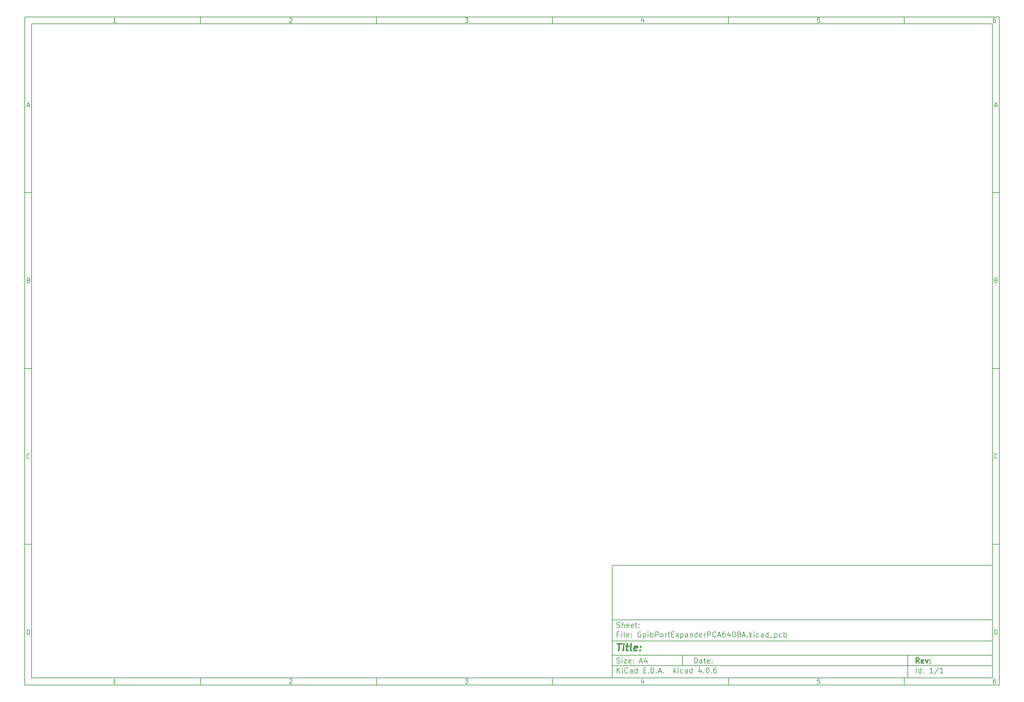
<source format=gbr>
G04 #@! TF.FileFunction,Legend,Bot*
%FSLAX46Y46*%
G04 Gerber Fmt 4.6, Leading zero omitted, Abs format (unit mm)*
G04 Created by KiCad (PCBNEW 4.0.6) date 12/20/17 19:22:24*
%MOMM*%
%LPD*%
G01*
G04 APERTURE LIST*
%ADD10C,0.100000*%
%ADD11C,0.150000*%
%ADD12C,0.300000*%
%ADD13C,0.400000*%
G04 APERTURE END LIST*
D10*
D11*
X177002200Y-166007200D02*
X177002200Y-198007200D01*
X285002200Y-198007200D01*
X285002200Y-166007200D01*
X177002200Y-166007200D01*
D10*
D11*
X10000000Y-10000000D02*
X10000000Y-200007200D01*
X287002200Y-200007200D01*
X287002200Y-10000000D01*
X10000000Y-10000000D01*
D10*
D11*
X12000000Y-12000000D02*
X12000000Y-198007200D01*
X285002200Y-198007200D01*
X285002200Y-12000000D01*
X12000000Y-12000000D01*
D10*
D11*
X60000000Y-12000000D02*
X60000000Y-10000000D01*
D10*
D11*
X110000000Y-12000000D02*
X110000000Y-10000000D01*
D10*
D11*
X160000000Y-12000000D02*
X160000000Y-10000000D01*
D10*
D11*
X210000000Y-12000000D02*
X210000000Y-10000000D01*
D10*
D11*
X260000000Y-12000000D02*
X260000000Y-10000000D01*
D10*
D11*
X35990476Y-11588095D02*
X35247619Y-11588095D01*
X35619048Y-11588095D02*
X35619048Y-10288095D01*
X35495238Y-10473810D01*
X35371429Y-10597619D01*
X35247619Y-10659524D01*
D10*
D11*
X85247619Y-10411905D02*
X85309524Y-10350000D01*
X85433333Y-10288095D01*
X85742857Y-10288095D01*
X85866667Y-10350000D01*
X85928571Y-10411905D01*
X85990476Y-10535714D01*
X85990476Y-10659524D01*
X85928571Y-10845238D01*
X85185714Y-11588095D01*
X85990476Y-11588095D01*
D10*
D11*
X135185714Y-10288095D02*
X135990476Y-10288095D01*
X135557143Y-10783333D01*
X135742857Y-10783333D01*
X135866667Y-10845238D01*
X135928571Y-10907143D01*
X135990476Y-11030952D01*
X135990476Y-11340476D01*
X135928571Y-11464286D01*
X135866667Y-11526190D01*
X135742857Y-11588095D01*
X135371429Y-11588095D01*
X135247619Y-11526190D01*
X135185714Y-11464286D01*
D10*
D11*
X185866667Y-10721429D02*
X185866667Y-11588095D01*
X185557143Y-10226190D02*
X185247619Y-11154762D01*
X186052381Y-11154762D01*
D10*
D11*
X235928571Y-10288095D02*
X235309524Y-10288095D01*
X235247619Y-10907143D01*
X235309524Y-10845238D01*
X235433333Y-10783333D01*
X235742857Y-10783333D01*
X235866667Y-10845238D01*
X235928571Y-10907143D01*
X235990476Y-11030952D01*
X235990476Y-11340476D01*
X235928571Y-11464286D01*
X235866667Y-11526190D01*
X235742857Y-11588095D01*
X235433333Y-11588095D01*
X235309524Y-11526190D01*
X235247619Y-11464286D01*
D10*
D11*
X285866667Y-10288095D02*
X285619048Y-10288095D01*
X285495238Y-10350000D01*
X285433333Y-10411905D01*
X285309524Y-10597619D01*
X285247619Y-10845238D01*
X285247619Y-11340476D01*
X285309524Y-11464286D01*
X285371429Y-11526190D01*
X285495238Y-11588095D01*
X285742857Y-11588095D01*
X285866667Y-11526190D01*
X285928571Y-11464286D01*
X285990476Y-11340476D01*
X285990476Y-11030952D01*
X285928571Y-10907143D01*
X285866667Y-10845238D01*
X285742857Y-10783333D01*
X285495238Y-10783333D01*
X285371429Y-10845238D01*
X285309524Y-10907143D01*
X285247619Y-11030952D01*
D10*
D11*
X60000000Y-198007200D02*
X60000000Y-200007200D01*
D10*
D11*
X110000000Y-198007200D02*
X110000000Y-200007200D01*
D10*
D11*
X160000000Y-198007200D02*
X160000000Y-200007200D01*
D10*
D11*
X210000000Y-198007200D02*
X210000000Y-200007200D01*
D10*
D11*
X260000000Y-198007200D02*
X260000000Y-200007200D01*
D10*
D11*
X35990476Y-199595295D02*
X35247619Y-199595295D01*
X35619048Y-199595295D02*
X35619048Y-198295295D01*
X35495238Y-198481010D01*
X35371429Y-198604819D01*
X35247619Y-198666724D01*
D10*
D11*
X85247619Y-198419105D02*
X85309524Y-198357200D01*
X85433333Y-198295295D01*
X85742857Y-198295295D01*
X85866667Y-198357200D01*
X85928571Y-198419105D01*
X85990476Y-198542914D01*
X85990476Y-198666724D01*
X85928571Y-198852438D01*
X85185714Y-199595295D01*
X85990476Y-199595295D01*
D10*
D11*
X135185714Y-198295295D02*
X135990476Y-198295295D01*
X135557143Y-198790533D01*
X135742857Y-198790533D01*
X135866667Y-198852438D01*
X135928571Y-198914343D01*
X135990476Y-199038152D01*
X135990476Y-199347676D01*
X135928571Y-199471486D01*
X135866667Y-199533390D01*
X135742857Y-199595295D01*
X135371429Y-199595295D01*
X135247619Y-199533390D01*
X135185714Y-199471486D01*
D10*
D11*
X185866667Y-198728629D02*
X185866667Y-199595295D01*
X185557143Y-198233390D02*
X185247619Y-199161962D01*
X186052381Y-199161962D01*
D10*
D11*
X235928571Y-198295295D02*
X235309524Y-198295295D01*
X235247619Y-198914343D01*
X235309524Y-198852438D01*
X235433333Y-198790533D01*
X235742857Y-198790533D01*
X235866667Y-198852438D01*
X235928571Y-198914343D01*
X235990476Y-199038152D01*
X235990476Y-199347676D01*
X235928571Y-199471486D01*
X235866667Y-199533390D01*
X235742857Y-199595295D01*
X235433333Y-199595295D01*
X235309524Y-199533390D01*
X235247619Y-199471486D01*
D10*
D11*
X285866667Y-198295295D02*
X285619048Y-198295295D01*
X285495238Y-198357200D01*
X285433333Y-198419105D01*
X285309524Y-198604819D01*
X285247619Y-198852438D01*
X285247619Y-199347676D01*
X285309524Y-199471486D01*
X285371429Y-199533390D01*
X285495238Y-199595295D01*
X285742857Y-199595295D01*
X285866667Y-199533390D01*
X285928571Y-199471486D01*
X285990476Y-199347676D01*
X285990476Y-199038152D01*
X285928571Y-198914343D01*
X285866667Y-198852438D01*
X285742857Y-198790533D01*
X285495238Y-198790533D01*
X285371429Y-198852438D01*
X285309524Y-198914343D01*
X285247619Y-199038152D01*
D10*
D11*
X10000000Y-60000000D02*
X12000000Y-60000000D01*
D10*
D11*
X10000000Y-110000000D02*
X12000000Y-110000000D01*
D10*
D11*
X10000000Y-160000000D02*
X12000000Y-160000000D01*
D10*
D11*
X10690476Y-35216667D02*
X11309524Y-35216667D01*
X10566667Y-35588095D02*
X11000000Y-34288095D01*
X11433333Y-35588095D01*
D10*
D11*
X11092857Y-84907143D02*
X11278571Y-84969048D01*
X11340476Y-85030952D01*
X11402381Y-85154762D01*
X11402381Y-85340476D01*
X11340476Y-85464286D01*
X11278571Y-85526190D01*
X11154762Y-85588095D01*
X10659524Y-85588095D01*
X10659524Y-84288095D01*
X11092857Y-84288095D01*
X11216667Y-84350000D01*
X11278571Y-84411905D01*
X11340476Y-84535714D01*
X11340476Y-84659524D01*
X11278571Y-84783333D01*
X11216667Y-84845238D01*
X11092857Y-84907143D01*
X10659524Y-84907143D01*
D10*
D11*
X11402381Y-135464286D02*
X11340476Y-135526190D01*
X11154762Y-135588095D01*
X11030952Y-135588095D01*
X10845238Y-135526190D01*
X10721429Y-135402381D01*
X10659524Y-135278571D01*
X10597619Y-135030952D01*
X10597619Y-134845238D01*
X10659524Y-134597619D01*
X10721429Y-134473810D01*
X10845238Y-134350000D01*
X11030952Y-134288095D01*
X11154762Y-134288095D01*
X11340476Y-134350000D01*
X11402381Y-134411905D01*
D10*
D11*
X10659524Y-185588095D02*
X10659524Y-184288095D01*
X10969048Y-184288095D01*
X11154762Y-184350000D01*
X11278571Y-184473810D01*
X11340476Y-184597619D01*
X11402381Y-184845238D01*
X11402381Y-185030952D01*
X11340476Y-185278571D01*
X11278571Y-185402381D01*
X11154762Y-185526190D01*
X10969048Y-185588095D01*
X10659524Y-185588095D01*
D10*
D11*
X287002200Y-60000000D02*
X285002200Y-60000000D01*
D10*
D11*
X287002200Y-110000000D02*
X285002200Y-110000000D01*
D10*
D11*
X287002200Y-160000000D02*
X285002200Y-160000000D01*
D10*
D11*
X285692676Y-35216667D02*
X286311724Y-35216667D01*
X285568867Y-35588095D02*
X286002200Y-34288095D01*
X286435533Y-35588095D01*
D10*
D11*
X286095057Y-84907143D02*
X286280771Y-84969048D01*
X286342676Y-85030952D01*
X286404581Y-85154762D01*
X286404581Y-85340476D01*
X286342676Y-85464286D01*
X286280771Y-85526190D01*
X286156962Y-85588095D01*
X285661724Y-85588095D01*
X285661724Y-84288095D01*
X286095057Y-84288095D01*
X286218867Y-84350000D01*
X286280771Y-84411905D01*
X286342676Y-84535714D01*
X286342676Y-84659524D01*
X286280771Y-84783333D01*
X286218867Y-84845238D01*
X286095057Y-84907143D01*
X285661724Y-84907143D01*
D10*
D11*
X286404581Y-135464286D02*
X286342676Y-135526190D01*
X286156962Y-135588095D01*
X286033152Y-135588095D01*
X285847438Y-135526190D01*
X285723629Y-135402381D01*
X285661724Y-135278571D01*
X285599819Y-135030952D01*
X285599819Y-134845238D01*
X285661724Y-134597619D01*
X285723629Y-134473810D01*
X285847438Y-134350000D01*
X286033152Y-134288095D01*
X286156962Y-134288095D01*
X286342676Y-134350000D01*
X286404581Y-134411905D01*
D10*
D11*
X285661724Y-185588095D02*
X285661724Y-184288095D01*
X285971248Y-184288095D01*
X286156962Y-184350000D01*
X286280771Y-184473810D01*
X286342676Y-184597619D01*
X286404581Y-184845238D01*
X286404581Y-185030952D01*
X286342676Y-185278571D01*
X286280771Y-185402381D01*
X286156962Y-185526190D01*
X285971248Y-185588095D01*
X285661724Y-185588095D01*
D10*
D11*
X200359343Y-193785771D02*
X200359343Y-192285771D01*
X200716486Y-192285771D01*
X200930771Y-192357200D01*
X201073629Y-192500057D01*
X201145057Y-192642914D01*
X201216486Y-192928629D01*
X201216486Y-193142914D01*
X201145057Y-193428629D01*
X201073629Y-193571486D01*
X200930771Y-193714343D01*
X200716486Y-193785771D01*
X200359343Y-193785771D01*
X202502200Y-193785771D02*
X202502200Y-193000057D01*
X202430771Y-192857200D01*
X202287914Y-192785771D01*
X202002200Y-192785771D01*
X201859343Y-192857200D01*
X202502200Y-193714343D02*
X202359343Y-193785771D01*
X202002200Y-193785771D01*
X201859343Y-193714343D01*
X201787914Y-193571486D01*
X201787914Y-193428629D01*
X201859343Y-193285771D01*
X202002200Y-193214343D01*
X202359343Y-193214343D01*
X202502200Y-193142914D01*
X203002200Y-192785771D02*
X203573629Y-192785771D01*
X203216486Y-192285771D02*
X203216486Y-193571486D01*
X203287914Y-193714343D01*
X203430772Y-193785771D01*
X203573629Y-193785771D01*
X204645057Y-193714343D02*
X204502200Y-193785771D01*
X204216486Y-193785771D01*
X204073629Y-193714343D01*
X204002200Y-193571486D01*
X204002200Y-193000057D01*
X204073629Y-192857200D01*
X204216486Y-192785771D01*
X204502200Y-192785771D01*
X204645057Y-192857200D01*
X204716486Y-193000057D01*
X204716486Y-193142914D01*
X204002200Y-193285771D01*
X205359343Y-193642914D02*
X205430771Y-193714343D01*
X205359343Y-193785771D01*
X205287914Y-193714343D01*
X205359343Y-193642914D01*
X205359343Y-193785771D01*
X205359343Y-192857200D02*
X205430771Y-192928629D01*
X205359343Y-193000057D01*
X205287914Y-192928629D01*
X205359343Y-192857200D01*
X205359343Y-193000057D01*
D10*
D11*
X177002200Y-194507200D02*
X285002200Y-194507200D01*
D10*
D11*
X178359343Y-196585771D02*
X178359343Y-195085771D01*
X179216486Y-196585771D02*
X178573629Y-195728629D01*
X179216486Y-195085771D02*
X178359343Y-195942914D01*
X179859343Y-196585771D02*
X179859343Y-195585771D01*
X179859343Y-195085771D02*
X179787914Y-195157200D01*
X179859343Y-195228629D01*
X179930771Y-195157200D01*
X179859343Y-195085771D01*
X179859343Y-195228629D01*
X181430772Y-196442914D02*
X181359343Y-196514343D01*
X181145057Y-196585771D01*
X181002200Y-196585771D01*
X180787915Y-196514343D01*
X180645057Y-196371486D01*
X180573629Y-196228629D01*
X180502200Y-195942914D01*
X180502200Y-195728629D01*
X180573629Y-195442914D01*
X180645057Y-195300057D01*
X180787915Y-195157200D01*
X181002200Y-195085771D01*
X181145057Y-195085771D01*
X181359343Y-195157200D01*
X181430772Y-195228629D01*
X182716486Y-196585771D02*
X182716486Y-195800057D01*
X182645057Y-195657200D01*
X182502200Y-195585771D01*
X182216486Y-195585771D01*
X182073629Y-195657200D01*
X182716486Y-196514343D02*
X182573629Y-196585771D01*
X182216486Y-196585771D01*
X182073629Y-196514343D01*
X182002200Y-196371486D01*
X182002200Y-196228629D01*
X182073629Y-196085771D01*
X182216486Y-196014343D01*
X182573629Y-196014343D01*
X182716486Y-195942914D01*
X184073629Y-196585771D02*
X184073629Y-195085771D01*
X184073629Y-196514343D02*
X183930772Y-196585771D01*
X183645058Y-196585771D01*
X183502200Y-196514343D01*
X183430772Y-196442914D01*
X183359343Y-196300057D01*
X183359343Y-195871486D01*
X183430772Y-195728629D01*
X183502200Y-195657200D01*
X183645058Y-195585771D01*
X183930772Y-195585771D01*
X184073629Y-195657200D01*
X185930772Y-195800057D02*
X186430772Y-195800057D01*
X186645058Y-196585771D02*
X185930772Y-196585771D01*
X185930772Y-195085771D01*
X186645058Y-195085771D01*
X187287915Y-196442914D02*
X187359343Y-196514343D01*
X187287915Y-196585771D01*
X187216486Y-196514343D01*
X187287915Y-196442914D01*
X187287915Y-196585771D01*
X188002201Y-196585771D02*
X188002201Y-195085771D01*
X188359344Y-195085771D01*
X188573629Y-195157200D01*
X188716487Y-195300057D01*
X188787915Y-195442914D01*
X188859344Y-195728629D01*
X188859344Y-195942914D01*
X188787915Y-196228629D01*
X188716487Y-196371486D01*
X188573629Y-196514343D01*
X188359344Y-196585771D01*
X188002201Y-196585771D01*
X189502201Y-196442914D02*
X189573629Y-196514343D01*
X189502201Y-196585771D01*
X189430772Y-196514343D01*
X189502201Y-196442914D01*
X189502201Y-196585771D01*
X190145058Y-196157200D02*
X190859344Y-196157200D01*
X190002201Y-196585771D02*
X190502201Y-195085771D01*
X191002201Y-196585771D01*
X191502201Y-196442914D02*
X191573629Y-196514343D01*
X191502201Y-196585771D01*
X191430772Y-196514343D01*
X191502201Y-196442914D01*
X191502201Y-196585771D01*
X194502201Y-196585771D02*
X194502201Y-195085771D01*
X194645058Y-196014343D02*
X195073629Y-196585771D01*
X195073629Y-195585771D02*
X194502201Y-196157200D01*
X195716487Y-196585771D02*
X195716487Y-195585771D01*
X195716487Y-195085771D02*
X195645058Y-195157200D01*
X195716487Y-195228629D01*
X195787915Y-195157200D01*
X195716487Y-195085771D01*
X195716487Y-195228629D01*
X197073630Y-196514343D02*
X196930773Y-196585771D01*
X196645059Y-196585771D01*
X196502201Y-196514343D01*
X196430773Y-196442914D01*
X196359344Y-196300057D01*
X196359344Y-195871486D01*
X196430773Y-195728629D01*
X196502201Y-195657200D01*
X196645059Y-195585771D01*
X196930773Y-195585771D01*
X197073630Y-195657200D01*
X198359344Y-196585771D02*
X198359344Y-195800057D01*
X198287915Y-195657200D01*
X198145058Y-195585771D01*
X197859344Y-195585771D01*
X197716487Y-195657200D01*
X198359344Y-196514343D02*
X198216487Y-196585771D01*
X197859344Y-196585771D01*
X197716487Y-196514343D01*
X197645058Y-196371486D01*
X197645058Y-196228629D01*
X197716487Y-196085771D01*
X197859344Y-196014343D01*
X198216487Y-196014343D01*
X198359344Y-195942914D01*
X199716487Y-196585771D02*
X199716487Y-195085771D01*
X199716487Y-196514343D02*
X199573630Y-196585771D01*
X199287916Y-196585771D01*
X199145058Y-196514343D01*
X199073630Y-196442914D01*
X199002201Y-196300057D01*
X199002201Y-195871486D01*
X199073630Y-195728629D01*
X199145058Y-195657200D01*
X199287916Y-195585771D01*
X199573630Y-195585771D01*
X199716487Y-195657200D01*
X202216487Y-195585771D02*
X202216487Y-196585771D01*
X201859344Y-195014343D02*
X201502201Y-196085771D01*
X202430773Y-196085771D01*
X203002201Y-196442914D02*
X203073629Y-196514343D01*
X203002201Y-196585771D01*
X202930772Y-196514343D01*
X203002201Y-196442914D01*
X203002201Y-196585771D01*
X204002201Y-195085771D02*
X204145058Y-195085771D01*
X204287915Y-195157200D01*
X204359344Y-195228629D01*
X204430773Y-195371486D01*
X204502201Y-195657200D01*
X204502201Y-196014343D01*
X204430773Y-196300057D01*
X204359344Y-196442914D01*
X204287915Y-196514343D01*
X204145058Y-196585771D01*
X204002201Y-196585771D01*
X203859344Y-196514343D01*
X203787915Y-196442914D01*
X203716487Y-196300057D01*
X203645058Y-196014343D01*
X203645058Y-195657200D01*
X203716487Y-195371486D01*
X203787915Y-195228629D01*
X203859344Y-195157200D01*
X204002201Y-195085771D01*
X205145058Y-196442914D02*
X205216486Y-196514343D01*
X205145058Y-196585771D01*
X205073629Y-196514343D01*
X205145058Y-196442914D01*
X205145058Y-196585771D01*
X206502201Y-195085771D02*
X206216487Y-195085771D01*
X206073630Y-195157200D01*
X206002201Y-195228629D01*
X205859344Y-195442914D01*
X205787915Y-195728629D01*
X205787915Y-196300057D01*
X205859344Y-196442914D01*
X205930772Y-196514343D01*
X206073630Y-196585771D01*
X206359344Y-196585771D01*
X206502201Y-196514343D01*
X206573630Y-196442914D01*
X206645058Y-196300057D01*
X206645058Y-195942914D01*
X206573630Y-195800057D01*
X206502201Y-195728629D01*
X206359344Y-195657200D01*
X206073630Y-195657200D01*
X205930772Y-195728629D01*
X205859344Y-195800057D01*
X205787915Y-195942914D01*
D10*
D11*
X177002200Y-191507200D02*
X285002200Y-191507200D01*
D10*
D12*
X264216486Y-193785771D02*
X263716486Y-193071486D01*
X263359343Y-193785771D02*
X263359343Y-192285771D01*
X263930771Y-192285771D01*
X264073629Y-192357200D01*
X264145057Y-192428629D01*
X264216486Y-192571486D01*
X264216486Y-192785771D01*
X264145057Y-192928629D01*
X264073629Y-193000057D01*
X263930771Y-193071486D01*
X263359343Y-193071486D01*
X265430771Y-193714343D02*
X265287914Y-193785771D01*
X265002200Y-193785771D01*
X264859343Y-193714343D01*
X264787914Y-193571486D01*
X264787914Y-193000057D01*
X264859343Y-192857200D01*
X265002200Y-192785771D01*
X265287914Y-192785771D01*
X265430771Y-192857200D01*
X265502200Y-193000057D01*
X265502200Y-193142914D01*
X264787914Y-193285771D01*
X266002200Y-192785771D02*
X266359343Y-193785771D01*
X266716485Y-192785771D01*
X267287914Y-193642914D02*
X267359342Y-193714343D01*
X267287914Y-193785771D01*
X267216485Y-193714343D01*
X267287914Y-193642914D01*
X267287914Y-193785771D01*
X267287914Y-192857200D02*
X267359342Y-192928629D01*
X267287914Y-193000057D01*
X267216485Y-192928629D01*
X267287914Y-192857200D01*
X267287914Y-193000057D01*
D10*
D11*
X178287914Y-193714343D02*
X178502200Y-193785771D01*
X178859343Y-193785771D01*
X179002200Y-193714343D01*
X179073629Y-193642914D01*
X179145057Y-193500057D01*
X179145057Y-193357200D01*
X179073629Y-193214343D01*
X179002200Y-193142914D01*
X178859343Y-193071486D01*
X178573629Y-193000057D01*
X178430771Y-192928629D01*
X178359343Y-192857200D01*
X178287914Y-192714343D01*
X178287914Y-192571486D01*
X178359343Y-192428629D01*
X178430771Y-192357200D01*
X178573629Y-192285771D01*
X178930771Y-192285771D01*
X179145057Y-192357200D01*
X179787914Y-193785771D02*
X179787914Y-192785771D01*
X179787914Y-192285771D02*
X179716485Y-192357200D01*
X179787914Y-192428629D01*
X179859342Y-192357200D01*
X179787914Y-192285771D01*
X179787914Y-192428629D01*
X180359343Y-192785771D02*
X181145057Y-192785771D01*
X180359343Y-193785771D01*
X181145057Y-193785771D01*
X182287914Y-193714343D02*
X182145057Y-193785771D01*
X181859343Y-193785771D01*
X181716486Y-193714343D01*
X181645057Y-193571486D01*
X181645057Y-193000057D01*
X181716486Y-192857200D01*
X181859343Y-192785771D01*
X182145057Y-192785771D01*
X182287914Y-192857200D01*
X182359343Y-193000057D01*
X182359343Y-193142914D01*
X181645057Y-193285771D01*
X183002200Y-193642914D02*
X183073628Y-193714343D01*
X183002200Y-193785771D01*
X182930771Y-193714343D01*
X183002200Y-193642914D01*
X183002200Y-193785771D01*
X183002200Y-192857200D02*
X183073628Y-192928629D01*
X183002200Y-193000057D01*
X182930771Y-192928629D01*
X183002200Y-192857200D01*
X183002200Y-193000057D01*
X184787914Y-193357200D02*
X185502200Y-193357200D01*
X184645057Y-193785771D02*
X185145057Y-192285771D01*
X185645057Y-193785771D01*
X186787914Y-192785771D02*
X186787914Y-193785771D01*
X186430771Y-192214343D02*
X186073628Y-193285771D01*
X187002200Y-193285771D01*
D10*
D11*
X263359343Y-196585771D02*
X263359343Y-195085771D01*
X264716486Y-196585771D02*
X264716486Y-195085771D01*
X264716486Y-196514343D02*
X264573629Y-196585771D01*
X264287915Y-196585771D01*
X264145057Y-196514343D01*
X264073629Y-196442914D01*
X264002200Y-196300057D01*
X264002200Y-195871486D01*
X264073629Y-195728629D01*
X264145057Y-195657200D01*
X264287915Y-195585771D01*
X264573629Y-195585771D01*
X264716486Y-195657200D01*
X265430772Y-196442914D02*
X265502200Y-196514343D01*
X265430772Y-196585771D01*
X265359343Y-196514343D01*
X265430772Y-196442914D01*
X265430772Y-196585771D01*
X265430772Y-195657200D02*
X265502200Y-195728629D01*
X265430772Y-195800057D01*
X265359343Y-195728629D01*
X265430772Y-195657200D01*
X265430772Y-195800057D01*
X268073629Y-196585771D02*
X267216486Y-196585771D01*
X267645058Y-196585771D02*
X267645058Y-195085771D01*
X267502201Y-195300057D01*
X267359343Y-195442914D01*
X267216486Y-195514343D01*
X269787914Y-195014343D02*
X268502200Y-196942914D01*
X271073629Y-196585771D02*
X270216486Y-196585771D01*
X270645058Y-196585771D02*
X270645058Y-195085771D01*
X270502201Y-195300057D01*
X270359343Y-195442914D01*
X270216486Y-195514343D01*
D10*
D11*
X177002200Y-187507200D02*
X285002200Y-187507200D01*
D10*
D13*
X178454581Y-188211962D02*
X179597438Y-188211962D01*
X178776010Y-190211962D02*
X179026010Y-188211962D01*
X180014105Y-190211962D02*
X180180771Y-188878629D01*
X180264105Y-188211962D02*
X180156962Y-188307200D01*
X180240295Y-188402438D01*
X180347439Y-188307200D01*
X180264105Y-188211962D01*
X180240295Y-188402438D01*
X180847438Y-188878629D02*
X181609343Y-188878629D01*
X181216486Y-188211962D02*
X181002200Y-189926248D01*
X181073630Y-190116724D01*
X181252201Y-190211962D01*
X181442677Y-190211962D01*
X182395058Y-190211962D02*
X182216487Y-190116724D01*
X182145057Y-189926248D01*
X182359343Y-188211962D01*
X183930772Y-190116724D02*
X183728391Y-190211962D01*
X183347439Y-190211962D01*
X183168867Y-190116724D01*
X183097438Y-189926248D01*
X183192676Y-189164343D01*
X183311724Y-188973867D01*
X183514105Y-188878629D01*
X183895057Y-188878629D01*
X184073629Y-188973867D01*
X184145057Y-189164343D01*
X184121248Y-189354819D01*
X183145057Y-189545295D01*
X184895057Y-190021486D02*
X184978392Y-190116724D01*
X184871248Y-190211962D01*
X184787915Y-190116724D01*
X184895057Y-190021486D01*
X184871248Y-190211962D01*
X185026010Y-188973867D02*
X185109344Y-189069105D01*
X185002200Y-189164343D01*
X184918867Y-189069105D01*
X185026010Y-188973867D01*
X185002200Y-189164343D01*
D10*
D11*
X178859343Y-185600057D02*
X178359343Y-185600057D01*
X178359343Y-186385771D02*
X178359343Y-184885771D01*
X179073629Y-184885771D01*
X179645057Y-186385771D02*
X179645057Y-185385771D01*
X179645057Y-184885771D02*
X179573628Y-184957200D01*
X179645057Y-185028629D01*
X179716485Y-184957200D01*
X179645057Y-184885771D01*
X179645057Y-185028629D01*
X180573629Y-186385771D02*
X180430771Y-186314343D01*
X180359343Y-186171486D01*
X180359343Y-184885771D01*
X181716485Y-186314343D02*
X181573628Y-186385771D01*
X181287914Y-186385771D01*
X181145057Y-186314343D01*
X181073628Y-186171486D01*
X181073628Y-185600057D01*
X181145057Y-185457200D01*
X181287914Y-185385771D01*
X181573628Y-185385771D01*
X181716485Y-185457200D01*
X181787914Y-185600057D01*
X181787914Y-185742914D01*
X181073628Y-185885771D01*
X182430771Y-186242914D02*
X182502199Y-186314343D01*
X182430771Y-186385771D01*
X182359342Y-186314343D01*
X182430771Y-186242914D01*
X182430771Y-186385771D01*
X182430771Y-185457200D02*
X182502199Y-185528629D01*
X182430771Y-185600057D01*
X182359342Y-185528629D01*
X182430771Y-185457200D01*
X182430771Y-185600057D01*
X185073628Y-184957200D02*
X184930771Y-184885771D01*
X184716485Y-184885771D01*
X184502200Y-184957200D01*
X184359342Y-185100057D01*
X184287914Y-185242914D01*
X184216485Y-185528629D01*
X184216485Y-185742914D01*
X184287914Y-186028629D01*
X184359342Y-186171486D01*
X184502200Y-186314343D01*
X184716485Y-186385771D01*
X184859342Y-186385771D01*
X185073628Y-186314343D01*
X185145057Y-186242914D01*
X185145057Y-185742914D01*
X184859342Y-185742914D01*
X185787914Y-185385771D02*
X185787914Y-186885771D01*
X185787914Y-185457200D02*
X185930771Y-185385771D01*
X186216485Y-185385771D01*
X186359342Y-185457200D01*
X186430771Y-185528629D01*
X186502200Y-185671486D01*
X186502200Y-186100057D01*
X186430771Y-186242914D01*
X186359342Y-186314343D01*
X186216485Y-186385771D01*
X185930771Y-186385771D01*
X185787914Y-186314343D01*
X187145057Y-186385771D02*
X187145057Y-185385771D01*
X187145057Y-184885771D02*
X187073628Y-184957200D01*
X187145057Y-185028629D01*
X187216485Y-184957200D01*
X187145057Y-184885771D01*
X187145057Y-185028629D01*
X187859343Y-186385771D02*
X187859343Y-184885771D01*
X187859343Y-185457200D02*
X188002200Y-185385771D01*
X188287914Y-185385771D01*
X188430771Y-185457200D01*
X188502200Y-185528629D01*
X188573629Y-185671486D01*
X188573629Y-186100057D01*
X188502200Y-186242914D01*
X188430771Y-186314343D01*
X188287914Y-186385771D01*
X188002200Y-186385771D01*
X187859343Y-186314343D01*
X189216486Y-186385771D02*
X189216486Y-184885771D01*
X189787914Y-184885771D01*
X189930772Y-184957200D01*
X190002200Y-185028629D01*
X190073629Y-185171486D01*
X190073629Y-185385771D01*
X190002200Y-185528629D01*
X189930772Y-185600057D01*
X189787914Y-185671486D01*
X189216486Y-185671486D01*
X190930772Y-186385771D02*
X190787914Y-186314343D01*
X190716486Y-186242914D01*
X190645057Y-186100057D01*
X190645057Y-185671486D01*
X190716486Y-185528629D01*
X190787914Y-185457200D01*
X190930772Y-185385771D01*
X191145057Y-185385771D01*
X191287914Y-185457200D01*
X191359343Y-185528629D01*
X191430772Y-185671486D01*
X191430772Y-186100057D01*
X191359343Y-186242914D01*
X191287914Y-186314343D01*
X191145057Y-186385771D01*
X190930772Y-186385771D01*
X192073629Y-186385771D02*
X192073629Y-185385771D01*
X192073629Y-185671486D02*
X192145057Y-185528629D01*
X192216486Y-185457200D01*
X192359343Y-185385771D01*
X192502200Y-185385771D01*
X192787914Y-185385771D02*
X193359343Y-185385771D01*
X193002200Y-184885771D02*
X193002200Y-186171486D01*
X193073628Y-186314343D01*
X193216486Y-186385771D01*
X193359343Y-186385771D01*
X193859343Y-185600057D02*
X194359343Y-185600057D01*
X194573629Y-186385771D02*
X193859343Y-186385771D01*
X193859343Y-184885771D01*
X194573629Y-184885771D01*
X195073629Y-186385771D02*
X195859343Y-185385771D01*
X195073629Y-185385771D02*
X195859343Y-186385771D01*
X196430772Y-185385771D02*
X196430772Y-186885771D01*
X196430772Y-185457200D02*
X196573629Y-185385771D01*
X196859343Y-185385771D01*
X197002200Y-185457200D01*
X197073629Y-185528629D01*
X197145058Y-185671486D01*
X197145058Y-186100057D01*
X197073629Y-186242914D01*
X197002200Y-186314343D01*
X196859343Y-186385771D01*
X196573629Y-186385771D01*
X196430772Y-186314343D01*
X198430772Y-186385771D02*
X198430772Y-185600057D01*
X198359343Y-185457200D01*
X198216486Y-185385771D01*
X197930772Y-185385771D01*
X197787915Y-185457200D01*
X198430772Y-186314343D02*
X198287915Y-186385771D01*
X197930772Y-186385771D01*
X197787915Y-186314343D01*
X197716486Y-186171486D01*
X197716486Y-186028629D01*
X197787915Y-185885771D01*
X197930772Y-185814343D01*
X198287915Y-185814343D01*
X198430772Y-185742914D01*
X199145058Y-185385771D02*
X199145058Y-186385771D01*
X199145058Y-185528629D02*
X199216486Y-185457200D01*
X199359344Y-185385771D01*
X199573629Y-185385771D01*
X199716486Y-185457200D01*
X199787915Y-185600057D01*
X199787915Y-186385771D01*
X201145058Y-186385771D02*
X201145058Y-184885771D01*
X201145058Y-186314343D02*
X201002201Y-186385771D01*
X200716487Y-186385771D01*
X200573629Y-186314343D01*
X200502201Y-186242914D01*
X200430772Y-186100057D01*
X200430772Y-185671486D01*
X200502201Y-185528629D01*
X200573629Y-185457200D01*
X200716487Y-185385771D01*
X201002201Y-185385771D01*
X201145058Y-185457200D01*
X202430772Y-186314343D02*
X202287915Y-186385771D01*
X202002201Y-186385771D01*
X201859344Y-186314343D01*
X201787915Y-186171486D01*
X201787915Y-185600057D01*
X201859344Y-185457200D01*
X202002201Y-185385771D01*
X202287915Y-185385771D01*
X202430772Y-185457200D01*
X202502201Y-185600057D01*
X202502201Y-185742914D01*
X201787915Y-185885771D01*
X203145058Y-186385771D02*
X203145058Y-185385771D01*
X203145058Y-185671486D02*
X203216486Y-185528629D01*
X203287915Y-185457200D01*
X203430772Y-185385771D01*
X203573629Y-185385771D01*
X204073629Y-186385771D02*
X204073629Y-184885771D01*
X204645057Y-184885771D01*
X204787915Y-184957200D01*
X204859343Y-185028629D01*
X204930772Y-185171486D01*
X204930772Y-185385771D01*
X204859343Y-185528629D01*
X204787915Y-185600057D01*
X204645057Y-185671486D01*
X204073629Y-185671486D01*
X206430772Y-186242914D02*
X206359343Y-186314343D01*
X206145057Y-186385771D01*
X206002200Y-186385771D01*
X205787915Y-186314343D01*
X205645057Y-186171486D01*
X205573629Y-186028629D01*
X205502200Y-185742914D01*
X205502200Y-185528629D01*
X205573629Y-185242914D01*
X205645057Y-185100057D01*
X205787915Y-184957200D01*
X206002200Y-184885771D01*
X206145057Y-184885771D01*
X206359343Y-184957200D01*
X206430772Y-185028629D01*
X207002200Y-185957200D02*
X207716486Y-185957200D01*
X206859343Y-186385771D02*
X207359343Y-184885771D01*
X207859343Y-186385771D01*
X209002200Y-184885771D02*
X208716486Y-184885771D01*
X208573629Y-184957200D01*
X208502200Y-185028629D01*
X208359343Y-185242914D01*
X208287914Y-185528629D01*
X208287914Y-186100057D01*
X208359343Y-186242914D01*
X208430771Y-186314343D01*
X208573629Y-186385771D01*
X208859343Y-186385771D01*
X209002200Y-186314343D01*
X209073629Y-186242914D01*
X209145057Y-186100057D01*
X209145057Y-185742914D01*
X209073629Y-185600057D01*
X209002200Y-185528629D01*
X208859343Y-185457200D01*
X208573629Y-185457200D01*
X208430771Y-185528629D01*
X208359343Y-185600057D01*
X208287914Y-185742914D01*
X210430771Y-185385771D02*
X210430771Y-186385771D01*
X210073628Y-184814343D02*
X209716485Y-185885771D01*
X210645057Y-185885771D01*
X211502199Y-184885771D02*
X211645056Y-184885771D01*
X211787913Y-184957200D01*
X211859342Y-185028629D01*
X211930771Y-185171486D01*
X212002199Y-185457200D01*
X212002199Y-185814343D01*
X211930771Y-186100057D01*
X211859342Y-186242914D01*
X211787913Y-186314343D01*
X211645056Y-186385771D01*
X211502199Y-186385771D01*
X211359342Y-186314343D01*
X211287913Y-186242914D01*
X211216485Y-186100057D01*
X211145056Y-185814343D01*
X211145056Y-185457200D01*
X211216485Y-185171486D01*
X211287913Y-185028629D01*
X211359342Y-184957200D01*
X211502199Y-184885771D01*
X212859342Y-185528629D02*
X212716484Y-185457200D01*
X212645056Y-185385771D01*
X212573627Y-185242914D01*
X212573627Y-185171486D01*
X212645056Y-185028629D01*
X212716484Y-184957200D01*
X212859342Y-184885771D01*
X213145056Y-184885771D01*
X213287913Y-184957200D01*
X213359342Y-185028629D01*
X213430770Y-185171486D01*
X213430770Y-185242914D01*
X213359342Y-185385771D01*
X213287913Y-185457200D01*
X213145056Y-185528629D01*
X212859342Y-185528629D01*
X212716484Y-185600057D01*
X212645056Y-185671486D01*
X212573627Y-185814343D01*
X212573627Y-186100057D01*
X212645056Y-186242914D01*
X212716484Y-186314343D01*
X212859342Y-186385771D01*
X213145056Y-186385771D01*
X213287913Y-186314343D01*
X213359342Y-186242914D01*
X213430770Y-186100057D01*
X213430770Y-185814343D01*
X213359342Y-185671486D01*
X213287913Y-185600057D01*
X213145056Y-185528629D01*
X214002198Y-185957200D02*
X214716484Y-185957200D01*
X213859341Y-186385771D02*
X214359341Y-184885771D01*
X214859341Y-186385771D01*
X215359341Y-186242914D02*
X215430769Y-186314343D01*
X215359341Y-186385771D01*
X215287912Y-186314343D01*
X215359341Y-186242914D01*
X215359341Y-186385771D01*
X216073627Y-186385771D02*
X216073627Y-184885771D01*
X216216484Y-185814343D02*
X216645055Y-186385771D01*
X216645055Y-185385771D02*
X216073627Y-185957200D01*
X217287913Y-186385771D02*
X217287913Y-185385771D01*
X217287913Y-184885771D02*
X217216484Y-184957200D01*
X217287913Y-185028629D01*
X217359341Y-184957200D01*
X217287913Y-184885771D01*
X217287913Y-185028629D01*
X218645056Y-186314343D02*
X218502199Y-186385771D01*
X218216485Y-186385771D01*
X218073627Y-186314343D01*
X218002199Y-186242914D01*
X217930770Y-186100057D01*
X217930770Y-185671486D01*
X218002199Y-185528629D01*
X218073627Y-185457200D01*
X218216485Y-185385771D01*
X218502199Y-185385771D01*
X218645056Y-185457200D01*
X219930770Y-186385771D02*
X219930770Y-185600057D01*
X219859341Y-185457200D01*
X219716484Y-185385771D01*
X219430770Y-185385771D01*
X219287913Y-185457200D01*
X219930770Y-186314343D02*
X219787913Y-186385771D01*
X219430770Y-186385771D01*
X219287913Y-186314343D01*
X219216484Y-186171486D01*
X219216484Y-186028629D01*
X219287913Y-185885771D01*
X219430770Y-185814343D01*
X219787913Y-185814343D01*
X219930770Y-185742914D01*
X221287913Y-186385771D02*
X221287913Y-184885771D01*
X221287913Y-186314343D02*
X221145056Y-186385771D01*
X220859342Y-186385771D01*
X220716484Y-186314343D01*
X220645056Y-186242914D01*
X220573627Y-186100057D01*
X220573627Y-185671486D01*
X220645056Y-185528629D01*
X220716484Y-185457200D01*
X220859342Y-185385771D01*
X221145056Y-185385771D01*
X221287913Y-185457200D01*
X221645056Y-186528629D02*
X222787913Y-186528629D01*
X223145056Y-185385771D02*
X223145056Y-186885771D01*
X223145056Y-185457200D02*
X223287913Y-185385771D01*
X223573627Y-185385771D01*
X223716484Y-185457200D01*
X223787913Y-185528629D01*
X223859342Y-185671486D01*
X223859342Y-186100057D01*
X223787913Y-186242914D01*
X223716484Y-186314343D01*
X223573627Y-186385771D01*
X223287913Y-186385771D01*
X223145056Y-186314343D01*
X225145056Y-186314343D02*
X225002199Y-186385771D01*
X224716485Y-186385771D01*
X224573627Y-186314343D01*
X224502199Y-186242914D01*
X224430770Y-186100057D01*
X224430770Y-185671486D01*
X224502199Y-185528629D01*
X224573627Y-185457200D01*
X224716485Y-185385771D01*
X225002199Y-185385771D01*
X225145056Y-185457200D01*
X225787913Y-186385771D02*
X225787913Y-184885771D01*
X225787913Y-185457200D02*
X225930770Y-185385771D01*
X226216484Y-185385771D01*
X226359341Y-185457200D01*
X226430770Y-185528629D01*
X226502199Y-185671486D01*
X226502199Y-186100057D01*
X226430770Y-186242914D01*
X226359341Y-186314343D01*
X226216484Y-186385771D01*
X225930770Y-186385771D01*
X225787913Y-186314343D01*
D10*
D11*
X177002200Y-181507200D02*
X285002200Y-181507200D01*
D10*
D11*
X178287914Y-183614343D02*
X178502200Y-183685771D01*
X178859343Y-183685771D01*
X179002200Y-183614343D01*
X179073629Y-183542914D01*
X179145057Y-183400057D01*
X179145057Y-183257200D01*
X179073629Y-183114343D01*
X179002200Y-183042914D01*
X178859343Y-182971486D01*
X178573629Y-182900057D01*
X178430771Y-182828629D01*
X178359343Y-182757200D01*
X178287914Y-182614343D01*
X178287914Y-182471486D01*
X178359343Y-182328629D01*
X178430771Y-182257200D01*
X178573629Y-182185771D01*
X178930771Y-182185771D01*
X179145057Y-182257200D01*
X179787914Y-183685771D02*
X179787914Y-182185771D01*
X180430771Y-183685771D02*
X180430771Y-182900057D01*
X180359342Y-182757200D01*
X180216485Y-182685771D01*
X180002200Y-182685771D01*
X179859342Y-182757200D01*
X179787914Y-182828629D01*
X181716485Y-183614343D02*
X181573628Y-183685771D01*
X181287914Y-183685771D01*
X181145057Y-183614343D01*
X181073628Y-183471486D01*
X181073628Y-182900057D01*
X181145057Y-182757200D01*
X181287914Y-182685771D01*
X181573628Y-182685771D01*
X181716485Y-182757200D01*
X181787914Y-182900057D01*
X181787914Y-183042914D01*
X181073628Y-183185771D01*
X183002199Y-183614343D02*
X182859342Y-183685771D01*
X182573628Y-183685771D01*
X182430771Y-183614343D01*
X182359342Y-183471486D01*
X182359342Y-182900057D01*
X182430771Y-182757200D01*
X182573628Y-182685771D01*
X182859342Y-182685771D01*
X183002199Y-182757200D01*
X183073628Y-182900057D01*
X183073628Y-183042914D01*
X182359342Y-183185771D01*
X183502199Y-182685771D02*
X184073628Y-182685771D01*
X183716485Y-182185771D02*
X183716485Y-183471486D01*
X183787913Y-183614343D01*
X183930771Y-183685771D01*
X184073628Y-183685771D01*
X184573628Y-183542914D02*
X184645056Y-183614343D01*
X184573628Y-183685771D01*
X184502199Y-183614343D01*
X184573628Y-183542914D01*
X184573628Y-183685771D01*
X184573628Y-182757200D02*
X184645056Y-182828629D01*
X184573628Y-182900057D01*
X184502199Y-182828629D01*
X184573628Y-182757200D01*
X184573628Y-182900057D01*
D10*
D11*
X197002200Y-191507200D02*
X197002200Y-194507200D01*
D10*
D11*
X261002200Y-191507200D02*
X261002200Y-198007200D01*
M02*

</source>
